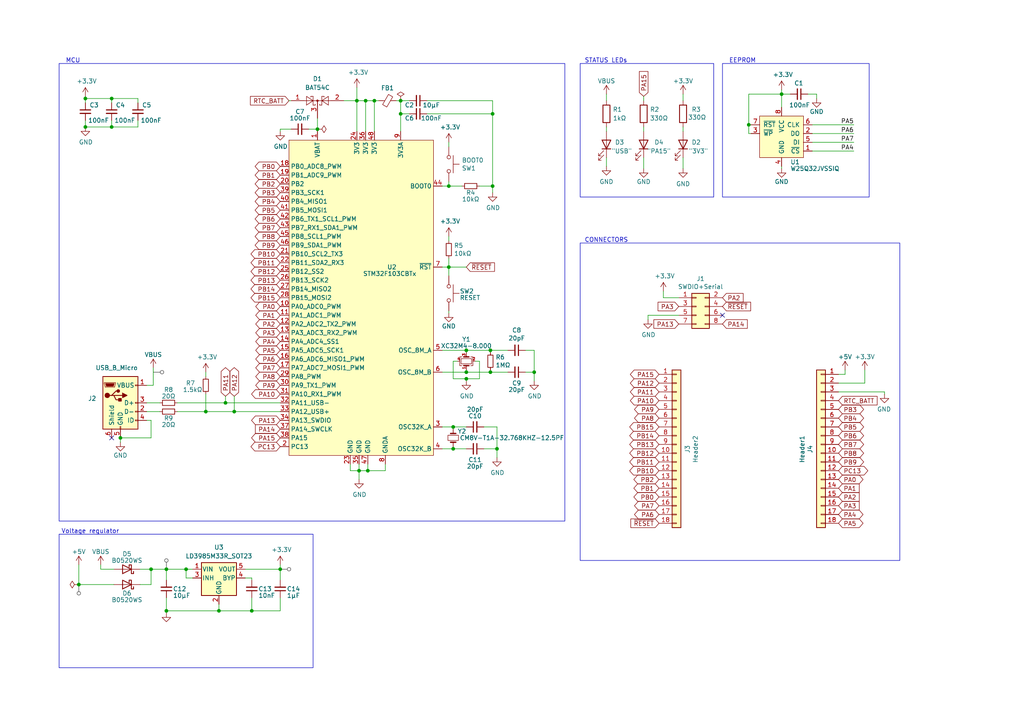
<source format=kicad_sch>
(kicad_sch (version 20230121) (generator eeschema)
  (paper "A4")
  (title_block (title "STM32 WhiteBoard 48") (date "2023-10-10") (company "Retronics - Bjørner Sandom"))
  (lib_symbols
    (symbol "Connector:USB_B_Micro" (pin_names (offset 1.016))
      (property "Reference" "J" (at -5.08 11.43 0))
      (property "Value" "USB_B_Micro" (at -5.08 8.89 0))
      (symbol "USB_B_Micro_1_1"
        (pin power_out line (at 7.62 5.08 180) (length 2.54) (name "VBUS") (number "1"))
        (pin bidirectional line (at 7.62 -2.54 180) (length 2.54) (name "D-") (number "2"))
        (pin bidirectional line (at 7.62 0 180) (length 2.54) (name "D+") (number "3"))
        (pin passive line (at 7.62 -5.08 180) (length 2.54) (name "ID") (number "4"))
        (pin power_out line (at 0 -10.16 90) (length 2.54) (name "GND") (number "5"))
        (pin passive line (at -2.54 -10.16 90) (length 2.54) (name "Shield") (number "6"))
      )
    )
    (symbol "Connector_Generic:Conn_01x18" (pin_names (offset 1.016) hide)
      (property "Reference" "J" (at 0 22.86 0))
      (property "Value" "Conn_01x18" (at 0 -25.4 0))
      (symbol "Conn_01x18_1_1"
        (pin passive line (at -5.08 20.32 0) (length 3.81) (name "Pin_1") (number "1"))
        (pin passive line (at -5.08 -2.54 0) (length 3.81) (name "Pin_10") (number "10"))
        (pin passive line (at -5.08 -5.08 0) (length 3.81) (name "Pin_11") (number "11"))
        (pin passive line (at -5.08 -7.62 0) (length 3.81) (name "Pin_12") (number "12"))
        (pin passive line (at -5.08 -10.16 0) (length 3.81) (name "Pin_13") (number "13"))
        (pin passive line (at -5.08 -12.7 0) (length 3.81) (name "Pin_14") (number "14"))
        (pin passive line (at -5.08 -15.24 0) (length 3.81) (name "Pin_15") (number "15"))
        (pin passive line (at -5.08 -17.78 0) (length 3.81) (name "Pin_16") (number "16"))
        (pin passive line (at -5.08 -20.32 0) (length 3.81) (name "Pin_17") (number "17"))
        (pin passive line (at -5.08 -22.86 0) (length 3.81) (name "Pin_18") (number "18"))
        (pin passive line (at -5.08 17.78 0) (length 3.81) (name "Pin_2") (number "2"))
        (pin passive line (at -5.08 15.24 0) (length 3.81) (name "Pin_3") (number "3"))
        (pin passive line (at -5.08 12.7 0) (length 3.81) (name "Pin_4") (number "4"))
        (pin passive line (at -5.08 10.16 0) (length 3.81) (name "Pin_5") (number "5"))
        (pin passive line (at -5.08 7.62 0) (length 3.81) (name "Pin_6") (number "6"))
        (pin passive line (at -5.08 5.08 0) (length 3.81) (name "Pin_7") (number "7"))
        (pin passive line (at -5.08 2.54 0) (length 3.81) (name "Pin_8") (number "8"))
        (pin passive line (at -5.08 0 0) (length 3.81) (name "Pin_9") (number "9"))
      )
    )
    (symbol "Connector_Generic:Conn_02x04_Odd_Even" (pin_names (offset 1.016) hide)
      (property "Reference" "J" (at 1.27 5.08 0))
      (property "Value" "Conn_02x04_Odd_Even" (at 1.27 -7.62 0))
      (symbol "Conn_02x04_Odd_Even_1_1"
        (pin passive line (at -5.08 2.54 0) (length 3.81) (name "Pin_1") (number "1"))
        (pin passive line (at 7.62 2.54 180) (length 3.81) (name "Pin_2") (number "2"))
        (pin passive line (at -5.08 0 0) (length 3.81) (name "Pin_3") (number "3"))
        (pin passive line (at 7.62 0 180) (length 3.81) (name "Pin_4") (number "4"))
        (pin passive line (at -5.08 -2.54 0) (length 3.81) (name "Pin_5") (number "5"))
        (pin passive line (at 7.62 -2.54 180) (length 3.81) (name "Pin_6") (number "6"))
        (pin passive line (at -5.08 -5.08 0) (length 3.81) (name "Pin_7") (number "7"))
        (pin passive line (at 7.62 -5.08 180) (length 3.81) (name "Pin_8") (number "8"))
      )
    )
    (symbol "Device:C_Small" (pin_numbers hide) (pin_names (offset 0.254) hide)
      (property "Reference" "C" (at 0.254 1.778 0))
      (property "Value" "C_Small" (at 0.254 -2.032 0))
      (symbol "C_Small_1_1"
        (pin passive line (at 0 2.54 270) (length 2.032) (name "~") (number "1"))
        (pin passive line (at 0 -2.54 90) (length 2.032) (name "~") (number "2"))
      )
    )
    (symbol "Device:Crystal_GND24_Small" (pin_names (offset 1.016) hide)
      (property "Reference" "Y" (at 1.27 4.445 0))
      (property "Value" "Crystal_GND24_Small" (at 1.27 2.54 0))
      (symbol "Crystal_GND24_Small_1_1"
        (pin passive line (at -2.54 0 0) (length 1.27) (name "1") (number "1"))
        (pin passive line (at 0 -2.54 90) (length 0.635) (name "2") (number "2"))
        (pin passive line (at 2.54 0 180) (length 1.27) (name "3") (number "3"))
        (pin passive line (at 0 2.54 270) (length 0.635) (name "4") (number "4"))
      )
    )
    (symbol "Device:Crystal_Small" (pin_numbers hide) (pin_names (offset 1.016) hide)
      (property "Reference" "Y" (at 0 2.54 0))
      (property "Value" "Crystal_Small" (at 0 -2.54 0))
      (symbol "Crystal_Small_1_1"
        (pin passive line (at -2.54 0 0) (length 1.27) (name "1") (number "1"))
        (pin passive line (at 2.54 0 180) (length 1.27) (name "2") (number "2"))
      )
    )
    (symbol "Device:D_Schottky" (pin_numbers hide) (pin_names (offset 1.016) hide)
      (property "Reference" "D" (at 0 2.54 0))
      (property "Value" "D_Schottky" (at 0 -2.54 0))
      (symbol "D_Schottky_1_1"
        (pin passive line (at -3.81 0 0) (length 2.54) (name "K") (number "1"))
        (pin passive line (at 3.81 0 180) (length 2.54) (name "A") (number "2"))
      )
    )
    (symbol "Device:FerriteBead_Small" (pin_numbers hide) (pin_names (offset 0))
      (property "Reference" "FB" (at 1.905 1.27 0))
      (property "Value" "FerriteBead_Small" (at 1.905 -1.27 0))
      (symbol "FerriteBead_Small_1_1"
        (pin passive line (at 0 2.54 270) (length 1.27) (name "~") (number "1"))
        (pin passive line (at 0 -2.54 90) (length 1.27) (name "~") (number "2"))
      )
    )
    (symbol "Device:LED" (pin_numbers hide) (pin_names (offset 1.016) hide)
      (property "Reference" "D" (at 0 2.54 0))
      (property "Value" "LED" (at 0 -2.54 0))
      (symbol "LED_1_1"
        (pin passive line (at -3.81 0 0) (length 2.54) (name "K") (number "1"))
        (pin passive line (at 3.81 0 180) (length 2.54) (name "A") (number "2"))
      )
    )
    (symbol "Device:R" (pin_numbers hide) (pin_names (offset 0))
      (property "Reference" "R" (at 2.032 0 90))
      (property "Value" "R" (at 0 0 90))
      (symbol "R_1_1"
        (pin passive line (at 0 3.81 270) (length 1.27) (name "~") (number "1"))
        (pin passive line (at 0 -3.81 90) (length 1.27) (name "~") (number "2"))
      )
    )
    (symbol "Device:R_Small" (pin_numbers hide) (pin_names (offset 0.254) hide)
      (property "Reference" "R" (at 0.762 0.508 0))
      (property "Value" "R_Small" (at 0.762 -1.016 0))
      (symbol "R_Small_1_1"
        (pin passive line (at 0 2.54 270) (length 0.762) (name "~") (number "1"))
        (pin passive line (at 0 -2.54 90) (length 0.762) (name "~") (number "2"))
      )
    )
    (symbol "Diode:BAT54C" (pin_names (offset 1.016))
      (property "Reference" "D" (at 0.635 -3.81 0))
      (property "Value" "BAT54C" (at -6.35 3.175 0))
      (symbol "BAT54C_1_1"
        (pin passive line (at -7.62 0 0) (length 3.81) (name "~") (number "1"))
        (pin passive line (at 7.62 0 180) (length 3.81) (name "~") (number "2"))
        (pin passive line (at 0 -5.08 90) (length 5.08) (name "~") (number "3"))
      )
    )
    (symbol "Regulator_Linear:LD3985M33R_SOT23" (pin_names (offset 0.254))
      (property "Reference" "U" (at -3.81 5.715 0))
      (property "Value" "LD3985M33R_SOT23" (at 0 5.715 0))
      (symbol "LD3985M33R_SOT23_1_1"
        (pin power_in line (at -7.62 2.54 0) (length 2.54) (name "VIN") (number "1"))
        (pin power_in line (at 0 -7.62 90) (length 2.54) (name "GND") (number "2"))
        (pin input line (at -7.62 0 0) (length 2.54) (name "INH") (number "3"))
        (pin input line (at 7.62 0 180) (length 2.54) (name "BYP") (number "4"))
        (pin power_out line (at 7.62 2.54 180) (length 2.54) (name "VOUT") (number "5"))
      )
    )
    (symbol "Retronics_Memory:W25Q32JVSSIQ" (pin_names (offset 1.016))
      (property "Reference" "U" (at -7.62 8.89 0))
      (property "Value" "W25Q32JVSSIQ" (at 1.27 -8.89 0))
      (symbol "W25Q32JVSSIQ_1_1"
        (pin input line (at 7.62 -2.54 180) (length 2.54) (name "~{CS}") (number "1"))
        (pin output line (at 7.62 2.54 180) (length 2.54) (name "DO") (number "2"))
        (pin input line (at -10.16 2.54 0) (length 2.54) (name "~{WP}") (number "3"))
        (pin power_in line (at -1.27 -6.985 90) (length 2.54) (name "GND") (number "4"))
        (pin input line (at 7.62 0 180) (length 2.54) (name "DI") (number "5"))
        (pin input line (at 7.62 5.08 180) (length 2.54) (name "CLK") (number "6"))
        (pin input line (at -10.16 5.08 0) (length 2.54) (name "~{RST}") (number "7"))
        (pin power_in line (at -1.27 10.16 270) (length 2.54) (name "VCC") (number "8"))
      )
    )
    (symbol "Retronics_Microcontrollers:STM32F103Cx"
      (property "Reference" "U" (at 2.54 -3.81 0))
      (property "Value" "STM32F103Cx" (at -5.08 -6.35 0))
      (symbol "STM32F103Cx_1_1"
        (pin power_in line (at -10.795 15.24 270) (length 2.54) (name "VBAT") (number "1"))
        (pin bidirectional line (at -21.59 -35.56 0) (length 2.54) (name "PA0_ADC0_PWM") (number "10"))
        (pin bidirectional line (at -21.59 -38.1 0) (length 2.54) (name "PA1_ADC1_PWM") (number "11"))
        (pin bidirectional line (at -21.59 -40.64 0) (length 2.54) (name "PA2_ADC2_TX2_PWM") (number "12"))
        (pin bidirectional line (at -21.59 -43.18 0) (length 2.54) (name "PA3_ADC3_RX2_PWM") (number "13"))
        (pin bidirectional line (at -21.59 -45.72 0) (length 2.54) (name "PA4_ADC4_SS1") (number "14"))
        (pin bidirectional line (at -21.59 -48.26 0) (length 2.54) (name "PA5_ADC5_SCK1") (number "15"))
        (pin bidirectional line (at -21.59 -50.8 0) (length 2.54) (name "PA6_ADC6_MISO1_PWM") (number "16"))
        (pin bidirectional line (at -21.59 -53.34 0) (length 2.54) (name "PA7_ADC7_MOSI1_PWM") (number "17"))
        (pin bidirectional line (at -21.59 5.08 0) (length 2.54) (name "PB0_ADC8_PWM") (number "18"))
        (pin bidirectional line (at -21.59 2.54 0) (length 2.54) (name "PB1_ADC9_PWM") (number "19"))
        (pin bidirectional line (at -21.59 -76.2 0) (length 2.54) (name "PC13") (number "2"))
        (pin bidirectional line (at -21.59 0 0) (length 2.54) (name "PB2") (number "20"))
        (pin bidirectional line (at -21.59 -20.32 0) (length 2.54) (name "PB10_SCL2_TX3") (number "21"))
        (pin bidirectional line (at -21.59 -22.86 0) (length 2.54) (name "PB11_SDA2_RX3") (number "22"))
        (pin power_in line (at -1.27 -81.28 90) (length 2.54) (name "GND") (number "23"))
        (pin power_in line (at 0.635 15.24 270) (length 2.54) (name "3V3") (number "24"))
        (pin bidirectional line (at -21.59 -25.4 0) (length 2.54) (name "PB12_SS2") (number "25"))
        (pin bidirectional line (at -21.59 -27.94 0) (length 2.54) (name "PB13_SCK2") (number "26"))
        (pin bidirectional line (at -21.59 -30.48 0) (length 2.54) (name "PB14_MISO2") (number "27"))
        (pin bidirectional line (at -21.59 -33.02 0) (length 2.54) (name "PB15_MOSI2") (number "28"))
        (pin bidirectional line (at -21.59 -55.88 0) (length 2.54) (name "PA8_PWM") (number "29"))
        (pin bidirectional line (at 25.4 -70.485 180) (length 2.54) (name "OSC32K_A") (number "3"))
        (pin bidirectional line (at -21.59 -58.42 0) (length 2.54) (name "PA9_TX1_PWM") (number "30"))
        (pin bidirectional line (at -21.59 -60.96 0) (length 2.54) (name "PA10_RX1_PWM") (number "31"))
        (pin bidirectional line (at -21.59 -63.5 0) (length 2.54) (name "PA11_USB-") (number "32"))
        (pin bidirectional line (at -21.59 -66.04 0) (length 2.54) (name "PA12_USB+") (number "33"))
        (pin bidirectional line (at -21.59 -68.58 0) (length 2.54) (name "PA13_SWDIO") (number "34"))
        (pin power_in line (at 1.27 -81.28 90) (length 2.54) (name "GND") (number "35"))
        (pin power_in line (at 3.175 15.24 270) (length 2.54) (name "3V3") (number "36"))
        (pin bidirectional line (at -21.59 -71.12 0) (length 2.54) (name "PA14_SWCLK") (number "37"))
        (pin bidirectional line (at -21.59 -73.66 0) (length 2.54) (name "PA15") (number "38"))
        (pin bidirectional line (at -21.59 -2.54 0) (length 2.54) (name "PB3_SCK1") (number "39"))
        (pin bidirectional line (at 25.4 -76.835 180) (length 2.54) (name "OSC32K_B") (number "4"))
        (pin bidirectional line (at -21.59 -5.08 0) (length 2.54) (name "PB4_MISO1") (number "40"))
        (pin bidirectional line (at -21.59 -7.62 0) (length 2.54) (name "PB5_MOSI1") (number "41"))
        (pin bidirectional line (at -21.59 -10.16 0) (length 2.54) (name "PB6_TX1_SCL1_PWM") (number "42"))
        (pin bidirectional line (at -21.59 -12.7 0) (length 2.54) (name "PB7_RX1_SDA1_PWM") (number "43"))
        (pin input line (at 25.4 -0.635 180) (length 2.54) (name "BOOT0") (number "44"))
        (pin bidirectional line (at -21.59 -15.24 0) (length 2.54) (name "PB8_SCL1_PWM") (number "45"))
        (pin bidirectional line (at -21.59 -17.78 0) (length 2.54) (name "PB9_SDA1_PWM") (number "46"))
        (pin power_in line (at 3.81 -81.28 90) (length 2.54) (name "GND") (number "47"))
        (pin power_in line (at 5.715 15.24 270) (length 2.54) (name "3V3") (number "48"))
        (pin bidirectional line (at 25.4 -48.26 180) (length 2.54) (name "OSC_8M_A") (number "5"))
        (pin bidirectional line (at 25.4 -54.61 180) (length 2.54) (name "OSC_8M_B") (number "6"))
        (pin input line (at 25.4 -24.13 180) (length 2.54) (name "~{RST}") (number "7"))
        (pin power_in line (at 8.89 -81.28 90) (length 2.54) (name "GNDA") (number "8"))
        (pin power_in line (at 13.335 15.24 270) (length 2.54) (name "3V3A") (number "9"))
      )
    )
    (symbol "Switch:SW_Push" (pin_numbers hide) (pin_names (offset 1.016) hide)
      (property "Reference" "SW" (at 1.27 2.54 0))
      (property "Value" "SW_Push" (at 0 -1.524 0))
      (symbol "SW_Push_0_1"
        (pin passive line (at -5.08 0 0) (length 2.54) (name "1") (number "1"))
        (pin passive line (at 5.08 0 180) (length 2.54) (name "2") (number "2"))
      )
    )
    (symbol "power:+3.3V" (power) (pin_names (offset 0))
      (property "Value" "+3.3V" (at 0 3.556 0))
      (symbol "+3.3V_1_1"
        (pin power_in line (at 0 0 90) (length 0) hide (name "+3.3V") (number "1"))
      )
    )
    (symbol "power:+5V" (power) (pin_names (offset 0))
      (property "Value" "+5V" (at 0 3.556 0))
      (symbol "+5V_1_1"
        (pin power_in line (at 0 0 90) (length 0) hide (name "+5V") (number "1"))
      )
    )
    (symbol "power:GND" (power) (pin_names (offset 0))
      (property "Value" "GND" (at 0 -3.81 0))
      (symbol "GND_1_1"
        (pin power_in line (at 0 0 270) (length 0) hide (name "GND") (number "1"))
      )
    )
    (symbol "power:PWR_FLAG" (power) (pin_numbers hide) (pin_names (offset 0) hide)
      (property "Value" "PWR_FLAG" (at 0 3.81 0))
      (symbol "PWR_FLAG_0_0"
        (pin power_out line (at 0 0 90) (length 0) (name "pwr") (number "1"))
      )
    )
    (symbol "power:VBUS" (power) (pin_names (offset 0))
      (property "Value" "VBUS" (at 0 3.81 0))
      (symbol "VBUS_1_1"
        (pin power_in line (at 0 0 90) (length 0) hide (name "VBUS") (number "1"))
      )
    )
  )
  (junction (at 130.175 53.975))
  (junction (at 142.875 33.02))
  (junction (at 32.385 36.83))
  (junction (at 217.17 36.195))
  (junction (at 144.145 130.175))
  (junction (at 116.205 29.21))
  (junction (at 226.695 27.305))
  (junction (at 135.255 107.95))
  (junction (at 63.5 177.165))
  (junction (at 104.14 136.525))
  (junction (at 67.945 119.38))
  (junction (at 81.28 165.1))
  (junction (at 32.385 28.575))
  (junction (at 106.045 29.21))
  (junction (at 92.075 37.465))
  (junction (at 154.94 107.95))
  (junction (at 108.585 29.21))
  (junction (at 142.875 53.975))
  (junction (at 135.255 109.855))
  (junction (at 34.925 127))
  (junction (at 130.175 77.47))
  (junction (at 116.205 33.02))
  (junction (at 59.69 119.38))
  (junction (at 142.24 101.6))
  (junction (at 48.26 177.165))
  (junction (at 48.26 165.1))
  (junction (at 131.445 123.825))
  (junction (at 142.24 107.95))
  (junction (at 135.255 101.6))
  (junction (at 65.405 116.84))
  (junction (at 106.68 136.525))
  (junction (at 24.765 36.83))
  (junction (at 43.815 165.1))
  (junction (at 103.505 29.21))
  (junction (at 24.765 28.575))
  (junction (at 22.86 169.545))
  (junction (at 73.025 177.165))
  (junction (at 53.975 165.1))
  (junction (at 131.445 130.175))
  (no_connect (at 32.385 127))
  (no_connect (at 209.55 91.44))
  (wire (pts (xy 226.695 27.305) (xy 217.17 27.305)))
  (wire (pts (xy 53.975 165.1) (xy 55.88 165.1)))
  (wire (pts (xy 48.26 177.165) (xy 48.26 177.8)))
  (wire (pts (xy 175.895 27.305) (xy 175.895 29.21)))
  (wire (pts (xy 130.175 90.805) (xy 130.175 90.17)))
  (wire (pts (xy 116.205 29.21) (xy 116.205 33.02)))
  (wire (pts (xy 123.825 33.02) (xy 142.875 33.02)))
  (wire (pts (xy 139.065 104.775) (xy 137.795 104.775)))
  (wire (pts (xy 217.17 38.735) (xy 217.805 38.735)))
  (wire (pts (xy 147.32 101.6) (xy 142.24 101.6)))
  (wire (pts (xy 131.445 124.46) (xy 131.445 123.825)))
  (wire (pts (xy 154.94 107.95) (xy 152.4 107.95)))
  (wire (pts (xy 32.385 36.83) (xy 24.765 36.83)))
  (wire (pts (xy 81.28 165.1) (xy 81.28 168.275)))
  (wire (pts (xy 234.315 27.305) (xy 236.855 27.305)))
  (wire (pts (xy 142.875 53.975) (xy 142.875 55.88)))
  (wire (pts (xy 123.825 29.21) (xy 142.875 29.21)))
  (wire (pts (xy 59.69 119.38) (xy 67.945 119.38)))
  (wire (pts (xy 128.27 123.825) (xy 131.445 123.825)))
  (wire (pts (xy 245.11 108.585) (xy 243.205 108.585)))
  (wire (pts (xy 55.88 167.64) (xy 53.975 167.64)))
  (wire (pts (xy 131.445 109.855) (xy 135.255 109.855)))
  (wire (pts (xy 108.585 29.21) (xy 108.585 38.1)))
  (wire (pts (xy 103.505 25.4) (xy 103.505 29.21)))
  (wire (pts (xy 48.26 173.355) (xy 48.26 177.165)))
  (wire (pts (xy 226.695 27.305) (xy 226.695 31.115)))
  (wire (pts (xy 40.005 34.925) (xy 40.005 36.83)))
  (wire (pts (xy 40.64 165.1) (xy 43.815 165.1)))
  (wire (pts (xy 131.445 123.825) (xy 135.255 123.825)))
  (wire (pts (xy 116.205 33.02) (xy 116.205 38.1)))
  (wire (pts (xy 104.14 139.065) (xy 104.14 136.525)))
  (wire (pts (xy 187.96 91.44) (xy 196.85 91.44)))
  (wire (pts (xy 130.175 52.705) (xy 130.175 53.975)))
  (wire (pts (xy 42.545 119.38) (xy 46.355 119.38)))
  (wire (pts (xy 128.27 53.975) (xy 130.175 53.975)))
  (wire (pts (xy 142.875 33.02) (xy 142.875 53.975)))
  (wire (pts (xy 235.585 43.815) (xy 247.65 43.815)))
  (wire (pts (xy 24.765 34.925) (xy 24.765 36.83)))
  (wire (pts (xy 73.025 177.165) (xy 81.28 177.165)))
  (wire (pts (xy 92.075 34.29) (xy 92.075 37.465)))
  (wire (pts (xy 29.21 163.83) (xy 29.21 165.1)))
  (wire (pts (xy 175.895 36.83) (xy 175.895 38.1)))
  (wire (pts (xy 139.065 53.975) (xy 142.875 53.975)))
  (wire (pts (xy 44.45 106.68) (xy 44.45 111.76)))
  (wire (pts (xy 128.27 77.47) (xy 130.175 77.47)))
  (wire (pts (xy 81.28 177.165) (xy 81.28 173.355)))
  (wire (pts (xy 130.175 53.975) (xy 133.985 53.975)))
  (wire (pts (xy 135.255 101.6) (xy 135.255 102.235)))
  (wire (pts (xy 142.24 101.6) (xy 142.24 102.235)))
  (wire (pts (xy 43.815 165.1) (xy 48.26 165.1)))
  (wire (pts (xy 152.4 101.6) (xy 154.94 101.6)))
  (wire (pts (xy 81.28 163.83) (xy 81.28 165.1)))
  (wire (pts (xy 101.6 136.525) (xy 104.14 136.525)))
  (wire (pts (xy 245.11 107.315) (xy 245.11 108.585)))
  (wire (pts (xy 235.585 38.735) (xy 247.65 38.735)))
  (wire (pts (xy 142.24 101.6) (xy 135.255 101.6)))
  (wire (pts (xy 130.175 80.01) (xy 130.175 77.47)))
  (wire (pts (xy 135.255 130.175) (xy 131.445 130.175)))
  (wire (pts (xy 59.69 114.3) (xy 59.69 119.38)))
  (wire (pts (xy 22.86 169.545) (xy 33.02 169.545)))
  (wire (pts (xy 51.435 119.38) (xy 59.69 119.38)))
  (wire (pts (xy 142.24 107.95) (xy 147.32 107.95)))
  (wire (pts (xy 114.935 29.21) (xy 116.205 29.21)))
  (wire (pts (xy 130.175 41.275) (xy 130.175 42.545)))
  (wire (pts (xy 67.945 119.38) (xy 81.28 119.38)))
  (wire (pts (xy 198.12 45.72) (xy 198.12 48.895)))
  (wire (pts (xy 118.745 33.02) (xy 116.205 33.02)))
  (wire (pts (xy 67.945 114.935) (xy 67.945 119.38)))
  (wire (pts (xy 243.205 111.125) (xy 250.825 111.125)))
  (wire (pts (xy 65.405 114.935) (xy 65.405 116.84)))
  (wire (pts (xy 130.175 74.93) (xy 130.175 77.47)))
  (wire (pts (xy 154.94 107.95) (xy 154.94 110.49)))
  (wire (pts (xy 198.12 27.305) (xy 198.12 29.21)))
  (wire (pts (xy 32.385 29.845) (xy 32.385 28.575)))
  (wire (pts (xy 144.145 123.825) (xy 144.145 130.175)))
  (wire (pts (xy 53.975 167.64) (xy 53.975 165.1)))
  (wire (pts (xy 118.745 29.21) (xy 116.205 29.21)))
  (wire (pts (xy 256.54 113.665) (xy 256.54 114.3)))
  (wire (pts (xy 22.86 163.83) (xy 22.86 169.545)))
  (wire (pts (xy 24.765 28.575) (xy 32.385 28.575)))
  (wire (pts (xy 131.445 129.54) (xy 131.445 130.175)))
  (wire (pts (xy 135.255 107.315) (xy 135.255 107.95)))
  (wire (pts (xy 217.17 36.195) (xy 217.805 36.195)))
  (wire (pts (xy 132.715 104.775) (xy 131.445 104.775)))
  (wire (pts (xy 29.21 165.1) (xy 33.02 165.1)))
  (wire (pts (xy 89.535 37.465) (xy 92.075 37.465)))
  (wire (pts (xy 32.385 28.575) (xy 40.005 28.575)))
  (wire (pts (xy 44.45 111.76) (xy 42.545 111.76)))
  (wire (pts (xy 106.045 38.1) (xy 106.045 29.21)))
  (wire (pts (xy 128.27 101.6) (xy 135.255 101.6)))
  (wire (pts (xy 40.005 28.575) (xy 40.005 29.845)))
  (wire (pts (xy 130.175 68.58) (xy 130.175 69.85)))
  (wire (pts (xy 106.68 136.525) (xy 106.68 134.62)))
  (wire (pts (xy 186.69 36.83) (xy 186.69 38.1)))
  (wire (pts (xy 186.69 27.94) (xy 186.69 29.21)))
  (wire (pts (xy 103.505 29.21) (xy 106.045 29.21)))
  (wire (pts (xy 130.175 77.47) (xy 135.255 77.47)))
  (wire (pts (xy 131.445 130.175) (xy 128.27 130.175)))
  (wire (pts (xy 198.12 36.83) (xy 198.12 38.1)))
  (wire (pts (xy 140.335 123.825) (xy 144.145 123.825)))
  (wire (pts (xy 48.26 177.165) (xy 63.5 177.165)))
  (wire (pts (xy 101.6 134.62) (xy 101.6 136.525)))
  (wire (pts (xy 250.825 111.125) (xy 250.825 107.315)))
  (wire (pts (xy 73.025 167.64) (xy 73.025 168.275)))
  (wire (pts (xy 40.64 169.545) (xy 43.815 169.545)))
  (wire (pts (xy 226.695 48.26) (xy 226.695 48.895)))
  (wire (pts (xy 154.94 101.6) (xy 154.94 107.95)))
  (wire (pts (xy 236.855 27.305) (xy 236.855 28.575)))
  (wire (pts (xy 43.815 127) (xy 43.815 121.92)))
  (wire (pts (xy 192.405 86.36) (xy 196.85 86.36)))
  (wire (pts (xy 81.28 37.465) (xy 84.455 37.465)))
  (wire (pts (xy 192.405 84.455) (xy 192.405 86.36)))
  (wire (pts (xy 139.065 109.855) (xy 139.065 104.775)))
  (wire (pts (xy 175.895 45.72) (xy 175.895 48.26)))
  (wire (pts (xy 142.875 29.21) (xy 142.875 33.02)))
  (wire (pts (xy 103.505 29.21) (xy 103.505 38.1)))
  (wire (pts (xy 24.765 29.845) (xy 24.765 28.575)))
  (wire (pts (xy 111.76 136.525) (xy 106.68 136.525)))
  (wire (pts (xy 128.27 107.95) (xy 135.255 107.95)))
  (wire (pts (xy 140.335 130.175) (xy 144.145 130.175)))
  (wire (pts (xy 32.385 34.925) (xy 32.385 36.83)))
  (wire (pts (xy 43.815 121.92) (xy 42.545 121.92)))
  (wire (pts (xy 71.12 167.64) (xy 73.025 167.64)))
  (wire (pts (xy 63.5 177.165) (xy 73.025 177.165)))
  (wire (pts (xy 63.5 177.165) (xy 63.5 175.26)))
  (wire (pts (xy 71.12 165.1) (xy 81.28 165.1)))
  (wire (pts (xy 53.975 165.1) (xy 48.26 165.1)))
  (wire (pts (xy 65.405 116.84) (xy 81.28 116.84)))
  (wire (pts (xy 217.17 36.195) (xy 217.17 38.735)))
  (wire (pts (xy 226.695 26.035) (xy 226.695 27.305)))
  (wire (pts (xy 42.545 116.84) (xy 46.355 116.84)))
  (wire (pts (xy 135.255 109.855) (xy 135.255 110.49)))
  (wire (pts (xy 51.435 116.84) (xy 65.405 116.84)))
  (wire (pts (xy 59.69 107.95) (xy 59.69 109.22)))
  (wire (pts (xy 109.855 29.21) (xy 108.585 29.21)))
  (wire (pts (xy 24.765 27.94) (xy 24.765 28.575)))
  (wire (pts (xy 217.17 27.305) (xy 217.17 36.195)))
  (wire (pts (xy 243.205 113.665) (xy 256.54 113.665)))
  (wire (pts (xy 186.69 45.72) (xy 186.69 48.895)))
  (wire (pts (xy 135.255 107.95) (xy 142.24 107.95)))
  (wire (pts (xy 34.925 127) (xy 34.925 128.27)))
  (wire (pts (xy 81.28 38.1) (xy 81.28 37.465)))
  (wire (pts (xy 135.255 109.855) (xy 139.065 109.855)))
  (wire (pts (xy 104.14 134.62) (xy 104.14 136.525)))
  (wire (pts (xy 111.76 134.62) (xy 111.76 136.525)))
  (wire (pts (xy 235.585 41.275) (xy 247.65 41.275)))
  (wire (pts (xy 48.26 165.1) (xy 48.26 168.275)))
  (wire (pts (xy 104.14 136.525) (xy 106.68 136.525)))
  (wire (pts (xy 131.445 104.775) (xy 131.445 109.855)))
  (wire (pts (xy 92.075 37.465) (xy 92.075 38.1)))
  (wire (pts (xy 106.045 29.21) (xy 108.585 29.21)))
  (wire (pts (xy 40.005 36.83) (xy 32.385 36.83)))
  (wire (pts (xy 187.96 92.71) (xy 187.96 91.44)))
  (wire (pts (xy 144.145 130.175) (xy 144.145 132.715)))
  (wire (pts (xy 83.82 29.21) (xy 84.455 29.21)))
  (wire (pts (xy 235.585 36.195) (xy 247.65 36.195)))
  (wire (pts (xy 142.24 107.315) (xy 142.24 107.95)))
  (wire (pts (xy 34.925 127) (xy 43.815 127)))
  (wire (pts (xy 99.695 29.21) (xy 103.505 29.21)))
  (wire (pts (xy 43.815 169.545) (xy 43.815 165.1)))
  (wire (pts (xy 73.025 177.165) (xy 73.025 173.355)))
  (wire (pts (xy 226.695 27.305) (xy 229.235 27.305)))
  (rectangle (start 17.145 18.415) (end 163.83 151.13))
  (rectangle (start 168.275 18.415) (end 207.01 57.15))
  (rectangle (start 209.55 18.415) (end 252.095 57.15))
  (rectangle (start 17.145 154.94) (end 90.805 193.675))
  (rectangle (start 168.275 70.485) (end 260.985 162.56))
  (text "Voltage regulator" (at 17.78 154.94 0) (effects (font (size 1.27 1.27)) (justify left bottom)))
  (text "MCU" (at 19.05 18.415 0) (effects (font (size 1.27 1.27)) (justify left bottom)))
  (text "STATUS LEDs" (at 169.545 18.415 0) (effects (font (size 1.27 1.27)) (justify left bottom)))
  (text "EEPROM" (at 211.455 18.415 0) (effects (font (size 1.27 1.27)) (justify left bottom)))
  (text "CONNECTORS" (at 169.545 70.485 0) (effects (font (size 1.27 1.27)) (justify left bottom)))
  (label "PA5" (at 247.65 36.195 180))
  (label "PA6" (at 247.65 38.735 180))
  (label "PA4" (at 247.65 43.815 180))
  (label "PA7" (at 247.65 41.275 180))
  (global_label "PA9" (shape bidirectional) (at 81.28 111.76 180) (property "Intersheetrefs" "${INTERSHEET_REFS}" (effects hide)))
  (global_label "PB14" (shape bidirectional) (at 191.135 126.365 180) (property "Intersheetrefs" "${INTERSHEET_REFS}" (effects hide)))
  (global_label "PA6" (shape bidirectional) (at 191.135 149.225 180) (property "Intersheetrefs" "${INTERSHEET_REFS}" (effects hide)))
  (global_label "~{RESET}" (shape input) (at 135.255 77.47 0) (property "Intersheetrefs" "${INTERSHEET_REFS}" (effects hide)))
  (global_label "PC13" (shape bidirectional) (at 243.205 136.525 0) (property "Intersheetrefs" "${INTERSHEET_REFS}" (effects hide)))
  (global_label "PB0" (shape bidirectional) (at 191.135 144.145 180) (property "Intersheetrefs" "${INTERSHEET_REFS}" (effects hide)))
  (global_label "PB8" (shape bidirectional) (at 81.28 68.58 180) (property "Intersheetrefs" "${INTERSHEET_REFS}" (effects hide)))
  (global_label "PA4" (shape bidirectional) (at 243.205 149.225 0) (property "Intersheetrefs" "${INTERSHEET_REFS}" (effects hide)))
  (global_label "PA11" (shape bidirectional) (at 65.405 114.935 90) (property "Intersheetrefs" "${INTERSHEET_REFS}" (effects hide)))
  (global_label "PA3" (shape input) (at 196.85 88.9 180) (property "Intersheetrefs" "${INTERSHEET_REFS}" (effects hide)))
  (global_label "PA2" (shape bidirectional) (at 81.28 93.98 180) (property "Intersheetrefs" "${INTERSHEET_REFS}" (effects hide)))
  (global_label "PA15" (shape bidirectional) (at 81.28 127 180) (property "Intersheetrefs" "${INTERSHEET_REFS}" (effects hide)))
  (global_label "PA3" (shape input) (at 243.205 146.685 0) (property "Intersheetrefs" "${INTERSHEET_REFS}" (effects hide)))
  (global_label "PB4" (shape bidirectional) (at 243.205 121.285 0) (property "Intersheetrefs" "${INTERSHEET_REFS}" (effects hide)))
  (global_label "~{RESET}" (shape input) (at 191.135 151.765 180) (property "Intersheetrefs" "${INTERSHEET_REFS}" (effects hide)))
  (global_label "RTC_BATT" (shape input) (at 83.82 29.21 180) (property "Intersheetrefs" "${INTERSHEET_REFS}" (effects hide)))
  (global_label "PA13" (shape input) (at 196.85 93.98 180) (property "Intersheetrefs" "${INTERSHEET_REFS}" (effects hide)))
  (global_label "PB14" (shape bidirectional) (at 81.28 83.82 180) (property "Intersheetrefs" "${INTERSHEET_REFS}" (effects hide)))
  (global_label "PA8" (shape bidirectional) (at 81.28 109.22 180) (property "Intersheetrefs" "${INTERSHEET_REFS}" (effects hide)))
  (global_label "PB8" (shape bidirectional) (at 243.205 131.445 0) (property "Intersheetrefs" "${INTERSHEET_REFS}" (effects hide)))
  (global_label "PB11" (shape bidirectional) (at 191.135 133.985 180) (property "Intersheetrefs" "${INTERSHEET_REFS}" (effects hide)))
  (global_label "PB1" (shape bidirectional) (at 81.28 50.8 180) (property "Intersheetrefs" "${INTERSHEET_REFS}" (effects hide)))
  (global_label "PA6" (shape bidirectional) (at 81.28 104.14 180) (property "Intersheetrefs" "${INTERSHEET_REFS}" (effects hide)))
  (global_label "PB5" (shape bidirectional) (at 81.28 60.96 180) (property "Intersheetrefs" "${INTERSHEET_REFS}" (effects hide)))
  (global_label "PC13" (shape bidirectional) (at 81.28 129.54 180) (property "Intersheetrefs" "${INTERSHEET_REFS}" (effects hide)))
  (global_label "PA15" (shape bidirectional) (at 191.135 108.585 180) (property "Intersheetrefs" "${INTERSHEET_REFS}" (effects hide)))
  (global_label "PA5" (shape bidirectional) (at 243.205 151.765 0) (property "Intersheetrefs" "${INTERSHEET_REFS}" (effects hide)))
  (global_label "RTC_BATT" (shape input) (at 243.205 116.205 0) (property "Intersheetrefs" "${INTERSHEET_REFS}" (effects hide)))
  (global_label "PA8" (shape bidirectional) (at 191.135 121.285 180) (property "Intersheetrefs" "${INTERSHEET_REFS}" (effects hide)))
  (global_label "PA14" (shape input) (at 81.28 124.46 180) (property "Intersheetrefs" "${INTERSHEET_REFS}" (effects hide)))
  (global_label "PB10" (shape bidirectional) (at 81.28 73.66 180) (property "Intersheetrefs" "${INTERSHEET_REFS}" (effects hide)))
  (global_label "PA15" (shape input) (at 186.69 27.94 90) (property "Intersheetrefs" "${INTERSHEET_REFS}" (effects hide)))
  (global_label "PA1" (shape input) (at 243.205 141.605 0) (property "Intersheetrefs" "${INTERSHEET_REFS}" (effects hide)))
  (global_label "PB6" (shape bidirectional) (at 81.28 63.5 180) (property "Intersheetrefs" "${INTERSHEET_REFS}" (effects hide)))
  (global_label "PA5" (shape bidirectional) (at 81.28 101.6 180) (property "Intersheetrefs" "${INTERSHEET_REFS}" (effects hide)))
  (global_label "PB7" (shape bidirectional) (at 243.205 128.905 0) (property "Intersheetrefs" "${INTERSHEET_REFS}" (effects hide)))
  (global_label "PA1" (shape bidirectional) (at 81.28 91.44 180) (property "Intersheetrefs" "${INTERSHEET_REFS}" (effects hide)))
  (global_label "PA11" (shape bidirectional) (at 191.135 113.665 180) (property "Intersheetrefs" "${INTERSHEET_REFS}" (effects hide)))
  (global_label "PA7" (shape bidirectional) (at 81.28 106.68 180) (property "Intersheetrefs" "${INTERSHEET_REFS}" (effects hide)))
  (global_label "PA10" (shape bidirectional) (at 81.28 114.3 180) (property "Intersheetrefs" "${INTERSHEET_REFS}" (effects hide)))
  (global_label "PA4" (shape bidirectional) (at 81.28 99.06 180) (property "Intersheetrefs" "${INTERSHEET_REFS}" (effects hide)))
  (global_label "PB15" (shape bidirectional) (at 191.135 123.825 180) (property "Intersheetrefs" "${INTERSHEET_REFS}" (effects hide)))
  (global_label "PB5" (shape bidirectional) (at 243.205 123.825 0) (property "Intersheetrefs" "${INTERSHEET_REFS}" (effects hide)))
  (global_label "PB2" (shape bidirectional) (at 81.28 53.34 180) (property "Intersheetrefs" "${INTERSHEET_REFS}" (effects hide)))
  (global_label "PA12" (shape bidirectional) (at 191.135 111.125 180) (property "Intersheetrefs" "${INTERSHEET_REFS}" (effects hide)))
  (global_label "PB3" (shape bidirectional) (at 243.205 118.745 0) (property "Intersheetrefs" "${INTERSHEET_REFS}" (effects hide)))
  (global_label "PB15" (shape bidirectional) (at 81.28 86.36 180) (property "Intersheetrefs" "${INTERSHEET_REFS}" (effects hide)))
  (global_label "PA2" (shape input) (at 209.55 86.36 0) (property "Intersheetrefs" "${INTERSHEET_REFS}" (effects hide)))
  (global_label "PA13" (shape bidirectional) (at 81.28 121.92 180) (property "Intersheetrefs" "${INTERSHEET_REFS}" (effects hide)))
  (global_label "PA3" (shape bidirectional) (at 81.28 96.52 180) (property "Intersheetrefs" "${INTERSHEET_REFS}" (effects hide)))
  (global_label "PA10" (shape bidirectional) (at 191.135 116.205 180) (property "Intersheetrefs" "${INTERSHEET_REFS}" (effects hide)))
  (global_label "PB1" (shape bidirectional) (at 191.135 141.605 180) (property "Intersheetrefs" "${INTERSHEET_REFS}" (effects hide)))
  (global_label "PB4" (shape bidirectional) (at 81.28 58.42 180) (property "Intersheetrefs" "${INTERSHEET_REFS}" (effects hide)))
  (global_label "PB6" (shape bidirectional) (at 243.205 126.365 0) (property "Intersheetrefs" "${INTERSHEET_REFS}" (effects hide)))
  (global_label "~{RESET}" (shape input) (at 209.55 88.9 0) (property "Intersheetrefs" "${INTERSHEET_REFS}" (effects hide)))
  (global_label "PA9" (shape bidirectional) (at 191.135 118.745 180) (property "Intersheetrefs" "${INTERSHEET_REFS}" (effects hide)))
  (global_label "PB12" (shape bidirectional) (at 191.135 131.445 180) (property "Intersheetrefs" "${INTERSHEET_REFS}" (effects hide)))
  (global_label "PB9" (shape bidirectional) (at 243.205 133.985 0) (property "Intersheetrefs" "${INTERSHEET_REFS}" (effects hide)))
  (global_label "PA12" (shape bidirectional) (at 67.945 114.935 90) (property "Intersheetrefs" "${INTERSHEET_REFS}" (effects hide)))
  (global_label "PB13" (shape bidirectional) (at 81.28 81.28 180) (property "Intersheetrefs" "${INTERSHEET_REFS}" (effects hide)))
  (global_label "PB7" (shape bidirectional) (at 81.28 66.04 180) (property "Intersheetrefs" "${INTERSHEET_REFS}" (effects hide)))
  (global_label "PA14" (shape input) (at 209.55 93.98 0) (property "Intersheetrefs" "${INTERSHEET_REFS}" (effects hide)))
  (global_label "PA0" (shape bidirectional) (at 243.205 139.065 0) (property "Intersheetrefs" "${INTERSHEET_REFS}" (effects hide)))
  (global_label "PB13" (shape bidirectional) (at 191.135 128.905 180) (property "Intersheetrefs" "${INTERSHEET_REFS}" (effects hide)))
  (global_label "PB12" (shape bidirectional) (at 81.28 78.74 180) (property "Intersheetrefs" "${INTERSHEET_REFS}" (effects hide)))
  (global_label "PA7" (shape bidirectional) (at 191.135 146.685 180) (property "Intersheetrefs" "${INTERSHEET_REFS}" (effects hide)))
  (global_label "PB0" (shape bidirectional) (at 81.28 48.26 180) (property "Intersheetrefs" "${INTERSHEET_REFS}" (effects hide)))
  (global_label "PB9" (shape bidirectional) (at 81.28 71.12 180) (property "Intersheetrefs" "${INTERSHEET_REFS}" (effects hide)))
  (global_label "PB2" (shape bidirectional) (at 191.135 139.065 180) (property "Intersheetrefs" "${INTERSHEET_REFS}" (effects hide)))
  (global_label "PA0" (shape bidirectional) (at 81.28 88.9 180) (property "Intersheetrefs" "${INTERSHEET_REFS}" (effects hide)))
  (global_label "PB11" (shape bidirectional) (at 81.28 76.2 180) (property "Intersheetrefs" "${INTERSHEET_REFS}" (effects hide)))
  (global_label "PB10" (shape bidirectional) (at 191.135 136.525 180) (property "Intersheetrefs" "${INTERSHEET_REFS}" (effects hide)))
  (global_label "PA2" (shape input) (at 243.205 144.145 0) (property "Intersheetrefs" "${INTERSHEET_REFS}" (effects hide)))
  (global_label "PB3" (shape bidirectional) (at 81.28 55.88 180) (property "Intersheetrefs" "${INTERSHEET_REFS}" (effects hide)))
  (netclass_flag "" (length 2.54) (shape round) (at 22.86 169.545 180) (property "Netclass" "Power" (effects hide)))
  (netclass_flag "" (length 2.54) (shape round) (at 81.28 165.1 270) (property "Netclass" "Power" (effects hide)))
  (netclass_flag "" (length 2.54) (shape round) (at 44.45 107.95 270) (property "Netclass" "Power" (effects hide)))
  (netclass_flag "" (length 2.54) (shape round) (at 48.26 165.1 0) (property "Netclass" "Power" (effects hide)))
  (symbol (lib_id "Retronics_Microcontrollers:STM32F103Cx") (at 102.87 53.34 0) (unit 1)
    (property "Reference" "U2" (at 113.665 77.47 0))
    (property "Value" "STM32F103CBTx" (at 113.03 79.375 0))
    (property "Footprint" "Package_QFP:LQFP-48_7x7mm_P0.5mm" (effects hide))
    (property "Datasheet" "http://www.st.com/st-web-ui/static/active/en/resource/technical/document/datasheet/CD00161566.pdf" (effects hide))
  )
  (symbol (lib_id "Device:R_Small") (at 136.525 53.975 270) (unit 1)
    (property "Reference" "R4" (at 136.525 55.88 90))
    (property "Value" "10kΩ" (at 136.525 57.785 90))
    (property "Footprint" "Resistor_SMD:R_0603_1608Metric_Pad0.98x0.95mm_HandSolder" (effects hide))
  )
  (symbol (lib_id "power:GND") (at 142.875 55.88 0) (unit 1)
    (property "Reference" "#PWR014" (effects hide))
    (property "Value" "GND" (at 143.002 60.2742 0))
  )
  (symbol (lib_id "Device:C_Small") (at 149.86 101.6 270) (unit 1)
    (property "Reference" "C8" (at 149.86 95.7834 90))
    (property "Value" "20pF" (at 149.86 98.0948 90))
    (property "Footprint" "Capacitor_SMD:C_0603_1608Metric_Pad1.08x0.95mm_HandSolder" (effects hide))
  )
  (symbol (lib_id "Device:C_Small") (at 149.86 107.95 270) (unit 1)
    (property "Reference" "C9" (at 149.86 111.125 90))
    (property "Value" "20pF" (at 149.86 113.03 90))
    (property "Footprint" "Capacitor_SMD:C_0603_1608Metric_Pad1.08x0.95mm_HandSolder" (effects hide))
  )
  (symbol (lib_id "power:GND") (at 154.94 110.49 0) (unit 1)
    (property "Reference" "#PWR024" (effects hide))
    (property "Value" "GND" (at 155.067 114.8842 0))
  )
  (symbol (lib_id "power:GND") (at 104.14 139.065 0) (unit 1)
    (property "Reference" "#PWR028" (effects hide))
    (property "Value" "GND" (at 104.267 143.4592 0))
  )
  (symbol (lib_id "Device:FerriteBead_Small") (at 112.395 29.21 270) (unit 1)
    (property "Reference" "FB1" (at 112.395 25.527 90))
    (property "Value" "Ferrite_Bead_Small" (effects hide))
    (property "Footprint" "Inductor_SMD:L_0603_1608Metric_Pad1.05x0.95mm_HandSolder" (effects hide))
  )
  (symbol (lib_id "power:+3.3V") (at 103.505 25.4 0) (unit 1)
    (property "Reference" "#PWR01" (effects hide))
    (property "Value" "+3.3V" (at 103.886 21.0058 0))
  )
  (symbol (lib_id "Device:C_Small") (at 121.285 29.21 270) (unit 1)
    (property "Reference" "C2" (at 118.745 30.48 90))
    (property "Value" "10µF" (at 125.095 30.48 90))
    (property "Footprint" "Capacitor_SMD:C_0603_1608Metric_Pad1.08x0.95mm_HandSolder" (effects hide))
  )
  (symbol (lib_id "Device:C_Small") (at 121.285 33.02 270) (unit 1)
    (property "Reference" "C6" (at 118.745 34.29 90))
    (property "Value" "100nF" (at 125.095 34.29 90))
    (property "Footprint" "Capacitor_SMD:C_0603_1608Metric_Pad1.08x0.95mm_HandSolder" (effects hide))
  )
  (symbol (lib_id "Device:R_Small") (at 130.175 72.39 180) (unit 1)
    (property "Reference" "R5" (at 131.6736 71.2216 0) (effects (justify right)))
    (property "Value" "10kΩ" (at 131.6736 73.533 0) (effects (justify right)))
    (property "Footprint" "Resistor_SMD:R_0603_1608Metric_Pad0.98x0.95mm_HandSolder" (effects hide))
  )
  (symbol (lib_id "power:+3.3V") (at 130.175 68.58 0) (unit 1)
    (property "Reference" "#PWR015" (effects hide))
    (property "Value" "+3.3V" (at 130.556 64.1858 0))
  )
  (symbol (lib_id "Connector_Generic:Conn_02x04_Odd_Even") (at 201.93 88.9 0) (unit 1)
    (property "Reference" "J1" (at 203.2 80.8482 0))
    (property "Value" "SWDIO+Serial" (at 203.2 83.1596 0))
    (property "Footprint" "Connector_IDC:IDC-Header_2x04_P2.54mm_Vertical" (effects hide))
  )
  (symbol (lib_id "power:+3.3V") (at 192.405 84.455 0) (unit 1)
    (property "Reference" "#PWR016" (effects hide))
    (property "Value" "+3.3V" (at 192.786 80.0608 0))
  )
  (symbol (lib_id "power:GND") (at 187.96 92.71 0) (unit 1)
    (property "Reference" "#PWR018" (effects hide))
    (property "Value" "GND" (at 188.087 97.1042 0))
  )
  (symbol (lib_id "power:PWR_FLAG") (at 116.205 29.21 0) (unit 1)
    (property "Reference" "#FLG01" (effects hide))
    (property "Value" "PWR_FLAG" (effects hide))
  )
  (symbol (lib_id "power:PWR_FLAG") (at 92.075 37.465 270) (unit 1)
    (property "Reference" "#FLG02" (effects hide))
    (property "Value" "PWR_FLAG" (effects hide))
  )
  (symbol (lib_id "Device:C_Small") (at 86.995 37.465 90) (unit 1)
    (property "Reference" "C7" (at 86.995 32.385 90))
    (property "Value" "100nF" (at 86.995 34.29 90))
    (property "Footprint" "Capacitor_SMD:C_0603_1608Metric_Pad1.08x0.95mm_HandSolder" (effects hide))
  )
  (symbol (lib_id "power:GND") (at 81.28 38.1 0) (unit 1)
    (property "Reference" "#PWR08" (effects hide))
    (property "Value" "GND" (at 81.407 42.4942 0))
  )
  (symbol (lib_id "Connector_Generic:Conn_01x18") (at 196.215 128.905 0) (unit 1)
    (property "Reference" "J3" (at 199.39 130.2766 90))
    (property "Value" "Header2" (at 201.7014 130.2766 90))
    (property "Footprint" "Connector_PinHeader_2.54mm:PinHeader_1x18_P2.54mm_Vertical" (effects hide))
  )
  (symbol (lib_id "Connector_Generic:Conn_01x18") (at 238.125 128.905 0) (mirror y) (unit 1)
    (property "Reference" "J4" (at 234.95 130.2766 90))
    (property "Value" "Header1" (at 232.6386 130.2766 90))
    (property "Footprint" "Connector_PinHeader_2.54mm:PinHeader_1x18_P2.54mm_Vertical" (effects hide))
  )
  (symbol (lib_id "Switch:SW_Push") (at 130.175 85.09 270) (unit 1)
    (property "Reference" "SW2" (at 133.35 84.455 90) (effects (justify left)))
    (property "Value" "RESET" (at 133.35 86.36 90) (effects (justify left)))
    (property "Footprint" "Retronics_Switches:SKTHACE010" (effects hide))
  )
  (symbol (lib_id "power:GND") (at 130.175 90.805 0) (unit 1)
    (property "Reference" "#PWR017" (effects hide))
    (property "Value" "GND" (at 130.175 94.615 0))
  )
  (symbol (lib_id "Switch:SW_Push") (at 130.175 47.625 270) (mirror x) (unit 1)
    (property "Reference" "SW1" (at 133.9342 48.7934 90) (effects (justify left)))
    (property "Value" "BOOT0" (at 133.9342 46.482 90) (effects (justify left)))
    (property "Footprint" "Retronics_Switches:SKTHACE010" (effects hide))
  )
  (symbol (lib_id "power:+3.3V") (at 130.175 41.275 0) (unit 1)
    (property "Reference" "#PWR09" (effects hide))
    (property "Value" "+3.3V" (at 130.556 36.8808 0))
  )
  (symbol (lib_id "Device:C_Small") (at 32.385 32.385 0) (unit 1)
    (property "Reference" "C4" (at 34.925 30.48 0))
    (property "Value" "100nF" (at 36.195 34.925 0))
    (property "Footprint" "Capacitor_SMD:C_0603_1608Metric_Pad1.08x0.95mm_HandSolder" (effects hide))
  )
  (symbol (lib_id "power:+3.3V") (at 24.765 27.94 0) (unit 1)
    (property "Reference" "#PWR05" (effects hide))
    (property "Value" "+3.3V" (at 25.146 23.5458 0))
  )
  (symbol (lib_id "power:GND") (at 24.765 36.83 0) (unit 1)
    (property "Reference" "#PWR07" (effects hide))
    (property "Value" "GND" (at 24.892 41.2242 0))
  )
  (symbol (lib_id "Device:C_Small") (at 24.765 32.385 0) (unit 1)
    (property "Reference" "C3" (at 27.305 30.48 0))
    (property "Value" "100nF" (at 28.575 34.925 0))
    (property "Footprint" "Capacitor_SMD:C_0603_1608Metric_Pad1.08x0.95mm_HandSolder" (effects hide))
  )
  (symbol (lib_id "Device:C_Small") (at 40.005 32.385 0) (unit 1)
    (property "Reference" "C5" (at 42.545 30.48 0))
    (property "Value" "100nF" (at 43.815 34.925 0))
    (property "Footprint" "Capacitor_SMD:C_0603_1608Metric_Pad1.08x0.95mm_HandSolder" (effects hide))
  )
  (symbol (lib_id "Device:C_Small") (at 137.795 130.175 270) (unit 1)
    (property "Reference" "C11" (at 137.795 133.35 90))
    (property "Value" "20pF" (at 137.795 135.255 90))
    (property "Footprint" "Capacitor_SMD:C_0603_1608Metric_Pad1.08x0.95mm_HandSolder" (effects hide))
  )
  (symbol (lib_id "Device:C_Small") (at 137.795 123.825 90) (unit 1)
    (property "Reference" "C10" (at 137.795 120.65 90))
    (property "Value" "20pF" (at 137.795 118.745 90))
    (property "Footprint" "Capacitor_SMD:C_0603_1608Metric_Pad1.08x0.95mm_HandSolder" (effects hide))
  )
  (symbol (lib_id "Device:Crystal_Small") (at 131.445 127 270) (unit 1)
    (property "Reference" "Y2" (at 132.715 125.095 90) (effects (justify left)))
    (property "Value" "CM8V-T1A-32.768KHZ-12.5PF" (at 133.35 127 90) (effects (justify left)))
    (property "Footprint" "Crystal:Crystal_SMD_MicroCrystal_CC8V-T1A-2Pin_2.0x1.2mm_HandSoldering" (effects hide))
  )
  (symbol (lib_id "power:GND") (at 144.145 132.715 0) (unit 1)
    (property "Reference" "#PWR027" (effects hide))
    (property "Value" "GND" (at 144.272 137.1092 0))
  )
  (symbol (lib_id "power:GND") (at 175.895 48.26 0) (unit 1)
    (property "Reference" "#PWR010" (effects hide))
    (property "Value" "GND" (at 175.895 52.705 0))
  )
  (symbol (lib_id "Device:R_Small") (at 48.895 116.84 270) (unit 1)
    (property "Reference" "R8" (at 48.895 113.03 90))
    (property "Value" "20Ω" (at 48.895 114.935 90))
    (property "Footprint" "Resistor_SMD:R_0603_1608Metric_Pad0.98x0.95mm_HandSolder" (effects hide))
  )
  (symbol (lib_id "power:PWR_FLAG") (at 22.86 169.545 90) (unit 1)
    (property "Reference" "#FLG03" (effects hide))
    (property "Value" "PWR_FLAG" (effects hide))
  )
  (symbol (lib_id "Diode:BAT54C") (at 92.075 29.21 0) (unit 1)
    (property "Reference" "D1" (at 92.075 22.86 0))
    (property "Value" "BAT54C" (at 92.075 25.4 0))
    (property "Footprint" "Package_TO_SOT_SMD:SOT-23" (effects hide))
    (property "Datasheet" "http://www.diodes.com/_files/datasheets/ds11005.pdf" (effects hide))
  )
  (symbol (lib_id "Device:R") (at 175.895 33.02 180) (unit 1)
    (property "Reference" "R1" (at 179.07 31.75 0))
    (property "Value" "1kΩ" (at 179.705 34.29 0))
    (property "Footprint" "Resistor_SMD:R_0603_1608Metric_Pad0.98x0.95mm_HandSolder" (effects hide))
  )
  (symbol (lib_id "Device:LED") (at 175.895 41.91 270) (mirror x) (unit 1)
    (property "Reference" "D3" (at 179.705 41.275 90))
    (property "Value" "\"USB\"" (at 180.34 43.815 90))
    (property "Footprint" "LED_SMD:LED_0603_1608Metric_Pad1.05x0.95mm_HandSolder" (effects hide))
  )
  (symbol (lib_id "power:VBUS") (at 175.895 27.305 0) (unit 1)
    (property "Reference" "#PWR03" (effects hide))
    (property "Value" "VBUS" (at 175.895 23.495 0))
  )
  (symbol (lib_id "power:GND") (at 236.855 28.575 0) (mirror y) (unit 1)
    (property "Reference" "#PWR06" (effects hide))
    (property "Value" "GND" (at 236.855 32.385 0))
  )
  (symbol (lib_id "Device:C_Small") (at 81.28 170.815 180) (unit 1)
    (property "Reference" "C14" (at 83.185 170.815 0) (effects (justify right)))
    (property "Value" "1µF" (at 83.185 172.72 0) (effects (justify right)))
    (property "Footprint" "Capacitor_SMD:C_0603_1608Metric_Pad1.08x0.95mm_HandSolder" (effects hide))
  )
  (symbol (lib_id "Device:R") (at 186.69 33.02 0) (mirror x) (unit 1)
    (property "Reference" "R2" (at 189.865 31.75 0))
    (property "Value" "330Ω" (at 191.135 34.29 0))
    (property "Footprint" "Resistor_SMD:R_0603_1608Metric_Pad0.98x0.95mm_HandSolder" (effects hide))
  )
  (symbol (lib_id "Device:R_Small") (at 59.69 111.76 0) (unit 1)
    (property "Reference" "R7" (at 55.245 111.125 0))
    (property "Value" "1.5kΩ" (at 55.88 113.03 0))
    (property "Footprint" "Resistor_SMD:R_0603_1608Metric_Pad0.98x0.95mm_HandSolder" (effects hide))
  )
  (symbol (lib_id "power:VBUS") (at 29.21 163.83 0) (unit 1)
    (property "Reference" "#PWR030" (effects hide))
    (property "Value" "VBUS" (at 29.21 160.02 0))
  )
  (symbol (lib_id "Device:R_Small") (at 142.24 104.775 180) (unit 1)
    (property "Reference" "R6" (at 143.7386 103.6066 0) (effects (justify right)))
    (property "Value" "1MΩ" (at 143.7386 105.918 0) (effects (justify right)))
    (property "Footprint" "Resistor_SMD:R_0603_1608Metric_Pad0.98x0.95mm_HandSolder" (effects hide))
  )
  (symbol (lib_id "power:+3.3V") (at 198.12 27.305 0) (unit 1)
    (property "Reference" "#PWR04" (effects hide))
    (property "Value" "+3.3V" (at 198.12 23.495 0))
  )
  (symbol (lib_id "Device:Crystal_GND24_Small") (at 135.255 104.775 90) (unit 1)
    (property "Reference" "Y1" (at 135.255 98.425 90))
    (property "Value" "XC32M4-8.000" (at 135.255 100.33 90))
    (property "Footprint" "Crystal:Crystal_SMD_3225-4Pin_3.2x2.5mm" (effects hide))
  )
  (symbol (lib_id "Device:C_Small") (at 48.26 170.815 180) (unit 1)
    (property "Reference" "C12" (at 50.165 170.815 0) (effects (justify right)))
    (property "Value" "10µF" (at 50.165 172.72 0) (effects (justify right)))
    (property "Footprint" "Capacitor_SMD:C_0603_1608Metric_Pad1.08x0.95mm_HandSolder" (effects hide))
  )
  (symbol (lib_id "power:GND") (at 198.12 48.895 0) (unit 1)
    (property "Reference" "#PWR012" (effects hide))
    (property "Value" "GND" (at 198.12 53.34 0))
  )
  (symbol (lib_id "power:VBUS") (at 44.45 106.68 0) (mirror y) (unit 1)
    (property "Reference" "#PWR019" (effects hide))
    (property "Value" "VBUS" (at 44.45 102.87 0))
  )
  (symbol (lib_id "Retronics_Memory:W25Q32JVSSIQ") (at 227.965 41.275 0) (unit 1)
    (property "Reference" "U1" (at 229.235 46.99 0) (effects (justify left)))
    (property "Value" "W25Q32JVSSIQ" (at 229.235 48.895 0) (effects (justify left)))
    (property "Footprint" "Retronics_Memory:W25Q32JVSSIQ" (effects hide))
  )
  (symbol (lib_id "power:GND") (at 48.26 177.8 0) (unit 1)
    (property "Reference" "#PWR032" (effects hide))
    (property "Value" "GNDPWR" (effects hide))
  )
  (symbol (lib_id "Device:D_Schottky") (at 36.83 169.545 180) (unit 1)
    (property "Reference" "D6" (at 36.83 172.085 0))
    (property "Value" "B0520WS" (at 36.83 173.99 0))
    (property "Footprint" "Diode_SMD:D_SOD-323_HandSoldering" (effects hide))
  )
  (symbol (lib_id "Device:R") (at 198.12 33.02 0) (mirror x) (unit 1)
    (property "Reference" "R3" (at 201.93 31.75 0))
    (property "Value" "330Ω" (at 202.184 34.036 0))
    (property "Footprint" "Resistor_SMD:R_0603_1608Metric_Pad0.98x0.95mm_HandSolder" (effects hide))
  )
  (symbol (lib_id "Device:C_Small") (at 231.775 27.305 270) (unit 1)
    (property "Reference" "C1" (at 233.045 24.13 90) (effects (justify right)))
    (property "Value" "100nF" (at 234.95 30.48 90) (effects (justify right)))
    (property "Footprint" "Capacitor_SMD:C_0603_1608Metric_Pad1.08x0.95mm_HandSolder" (effects hide))
  )
  (symbol (lib_id "Regulator_Linear:LD3985M33R_SOT23") (at 63.5 167.64 0) (unit 1)
    (property "Reference" "U3" (at 63.5 158.75 0))
    (property "Value" "LD3985M33R_SOT23" (at 63.5 161.29 0))
    (property "Footprint" "Package_TO_SOT_SMD:SOT-23-5" (effects hide))
    (property "Datasheet" "http://www.st.com/internet/com/TECHNICAL_RESOURCES/TECHNICAL_LITERATURE/DATASHEET/CD00003395.pdf" (effects hide))
  )
  (symbol (lib_id "power:+3.3V") (at 226.695 26.035 0) (unit 1)
    (property "Reference" "#PWR02" (effects hide))
    (property "Value" "+3.3V" (at 227.076 21.6408 0))
  )
  (symbol (lib_id "power:+3.3V") (at 250.825 107.315 0) (mirror y) (unit 1)
    (property "Reference" "#PWR021" (effects hide))
    (property "Value" "+3.3V" (at 250.825 103.505 0))
  )
  (symbol (lib_id "Device:C_Small") (at 73.025 170.815 180) (unit 1)
    (property "Reference" "C13" (at 74.93 170.815 0) (effects (justify right)))
    (property "Value" "10nF" (at 74.93 172.72 0) (effects (justify right)))
    (property "Footprint" "Capacitor_SMD:C_0603_1608Metric_Pad1.08x0.95mm_HandSolder" (effects hide))
  )
  (symbol (lib_id "Connector:USB_B_Micro") (at 34.925 116.84 0) (unit 1)
    (property "Reference" "J2" (at 27.94 115.5699 0) (effects (justify right)))
    (property "Value" "USB_B_Micro" (at 40.005 106.68 0) (effects (justify right)))
    (property "Footprint" "digikey-footprints:USB_Micro_B_Female_10118194-0001LF" (effects hide))
  )
  (symbol (lib_id "power:GND") (at 186.69 48.895 0) (mirror y) (unit 1)
    (property "Reference" "#PWR011" (effects hide))
    (property "Value" "GND" (at 186.69 52.705 0))
  )
  (symbol (lib_id "Device:R_Small") (at 48.895 119.38 270) (unit 1)
    (property "Reference" "R9" (at 48.895 121.285 90))
    (property "Value" "20Ω" (at 48.895 123.19 90))
    (property "Footprint" "Resistor_SMD:R_0603_1608Metric_Pad0.98x0.95mm_HandSolder" (effects hide))
  )
  (symbol (lib_id "power:+5V") (at 245.11 107.315 0) (unit 1)
    (property "Reference" "#PWR020" (effects hide))
    (property "Value" "+5V" (at 245.11 103.505 0))
  )
  (symbol (lib_id "power:GND") (at 256.54 114.3 0) (mirror y) (unit 1)
    (property "Reference" "#PWR025" (effects hide))
    (property "Value" "GND" (at 256.413 118.6942 0))
  )
  (symbol (lib_id "power:GND") (at 135.255 110.49 0) (unit 1)
    (property "Reference" "#PWR023" (effects hide))
    (property "Value" "GND" (at 135.382 114.8842 0))
  )
  (symbol (lib_id "power:+3.3V") (at 81.28 163.83 0) (unit 1)
    (property "Reference" "#PWR031" (effects hide))
    (property "Value" "+3.3V" (at 81.661 159.4358 0))
  )
  (symbol (lib_id "power:+3.3V") (at 59.69 107.95 0) (unit 1)
    (property "Reference" "#PWR022" (effects hide))
    (property "Value" "+3.3V" (at 60.071 103.5558 0))
  )
  (symbol (lib_id "power:GND") (at 34.925 128.27 0) (mirror y) (unit 1)
    (property "Reference" "#PWR026" (effects hide))
    (property "Value" "GND" (at 34.925 132.08 0))
  )
  (symbol (lib_id "Device:LED") (at 186.69 41.91 270) (mirror x) (unit 1)
    (property "Reference" "D4" (at 191.135 41.275 90))
    (property "Value" "\"PA15\"" (at 191.135 43.815 90))
    (property "Footprint" "LED_SMD:LED_0603_1608Metric_Pad1.05x0.95mm_HandSolder" (effects hide))
  )
  (symbol (lib_id "Device:D_Schottky") (at 36.83 165.1 180) (unit 1)
    (property "Reference" "D5" (at 36.83 160.655 0))
    (property "Value" "B0520WS" (at 36.83 162.56 0))
    (property "Footprint" "Diode_SMD:D_SOD-323_HandSoldering" (effects hide))
  )
  (symbol (lib_id "power:+5V") (at 22.86 163.83 0) (unit 1)
    (property "Reference" "#PWR029" (effects hide))
    (property "Value" "+5V" (at 22.86 160.02 0))
  )
  (symbol (lib_id "Device:LED") (at 198.12 41.91 270) (mirror x) (unit 1)
    (property "Reference" "D2" (at 201.93 41.275 90))
    (property "Value" "\"3V3\"" (at 202.565 43.815 90))
    (property "Footprint" "LED_SMD:LED_0603_1608Metric_Pad1.05x0.95mm_HandSolder" (effects hide))
  )
  (symbol (lib_id "power:GND") (at 226.695 48.895 0) (mirror y) (unit 1)
    (property "Reference" "#PWR013" (effects hide))
    (property "Value" "GND" (at 226.695 52.705 0))
  )
)
</source>
